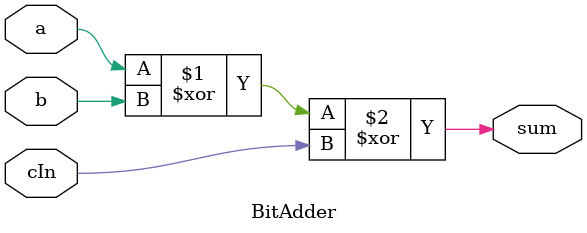
<source format=v>
`timescale 1ns / 1ps

module BitAdder(
    input a,
    input b,
    input cIn,
    output sum
    );
    assign sum=(a^b)^cIn;
endmodule

</source>
